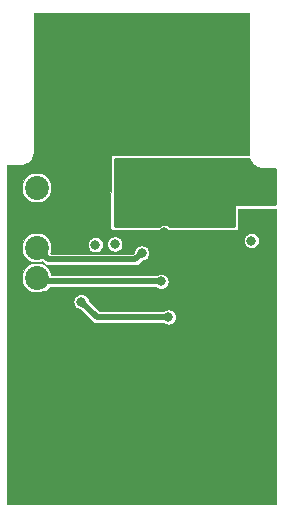
<source format=gbr>
%TF.GenerationSoftware,KiCad,Pcbnew,5.1.5-52549c5~84~ubuntu18.04.1*%
%TF.CreationDate,2020-02-03T06:40:28+01:00*%
%TF.ProjectId,HMC_RF_IPE,484d435f-5246-45f4-9950-452e6b696361,rev?*%
%TF.SameCoordinates,Original*%
%TF.FileFunction,Copper,L3,Inr*%
%TF.FilePolarity,Positive*%
%FSLAX46Y46*%
G04 Gerber Fmt 4.6, Leading zero omitted, Abs format (unit mm)*
G04 Created by KiCad (PCBNEW 5.1.5-52549c5~84~ubuntu18.04.1) date 2020-02-03 06:40:28*
%MOMM*%
%LPD*%
G04 APERTURE LIST*
%TA.AperFunction,ViaPad*%
%ADD10C,2.020000*%
%TD*%
%TA.AperFunction,ViaPad*%
%ADD11C,0.400000*%
%TD*%
%TA.AperFunction,ViaPad*%
%ADD12C,0.800000*%
%TD*%
%TA.AperFunction,Conductor*%
%ADD13C,0.510000*%
%TD*%
%TA.AperFunction,Conductor*%
%ADD14C,0.300000*%
%TD*%
%TA.AperFunction,Conductor*%
%ADD15C,0.254000*%
%TD*%
%TA.AperFunction,Conductor*%
%ADD16C,0.100000*%
%TD*%
G04 APERTURE END LIST*
D10*
%TO.N,+5V*%
%TO.C,J1*%
X133513410Y-71773200D03*
%TO.N,GND*%
X133513410Y-74313200D03*
%TO.N,Net-(J1-Pad3)*%
X133513410Y-76853200D03*
%TO.N,Net-(J1-Pad4)*%
X133513410Y-79393200D03*
%TD*%
D11*
%TO.N,GND*%
X141333410Y-90643200D03*
X143483410Y-90643200D03*
X140733410Y-90653200D03*
X140653410Y-91293200D03*
X144663410Y-90143200D03*
X140083410Y-90143200D03*
D12*
X131853410Y-85013200D03*
X131853410Y-83175700D03*
X131853410Y-81338200D03*
X132953410Y-85043200D03*
X132953410Y-83205700D03*
X132953410Y-81368200D03*
X136163410Y-81348200D03*
X152963410Y-77093200D03*
D11*
X148099874Y-89973200D03*
X147118186Y-89973200D03*
X146136498Y-89973200D03*
X145333410Y-89953200D03*
X147939874Y-89213200D03*
X146958186Y-89213200D03*
X145976498Y-89213200D03*
X145173410Y-89193200D03*
X139299874Y-89923200D03*
X138318186Y-89923200D03*
X137336498Y-89923200D03*
X136533410Y-89903200D03*
X139789874Y-89203200D03*
X138808186Y-89203200D03*
X137826498Y-89203200D03*
X137023410Y-89183200D03*
X139799874Y-86943200D03*
X138818186Y-86943200D03*
X147839874Y-86863200D03*
X146858186Y-86863200D03*
X145876498Y-86863200D03*
X145073410Y-86843200D03*
X136106036Y-94793200D03*
X137057880Y-94793200D03*
X138009723Y-94793200D03*
X138961566Y-94793200D03*
X145666036Y-94743200D03*
X146617880Y-94743200D03*
X147569723Y-94743200D03*
X148521566Y-94743200D03*
X132336036Y-86123200D03*
X133287880Y-86123200D03*
X134239723Y-86123200D03*
X135191566Y-86123200D03*
X132196036Y-98273200D03*
X133147880Y-98273200D03*
X134099723Y-98273200D03*
X135051566Y-98273200D03*
X149786036Y-98273200D03*
X150737880Y-98273200D03*
X151689723Y-98273200D03*
X152641566Y-98273200D03*
X149836036Y-86173200D03*
X150787880Y-86173200D03*
X151739723Y-86173200D03*
X152691566Y-86173200D03*
X138752402Y-60753000D03*
X137921002Y-60753000D03*
X137089601Y-60753000D03*
X136258201Y-60753000D03*
X135426800Y-60753000D03*
X134595400Y-60753000D03*
X133764000Y-60753000D03*
X138742402Y-65303000D03*
X137911002Y-65303000D03*
X137079601Y-65303000D03*
X136248201Y-65303000D03*
X135416800Y-65303000D03*
X134585400Y-65303000D03*
X133754000Y-65303000D03*
X151202402Y-65383000D03*
X150371002Y-65383000D03*
X149539601Y-65383000D03*
X148708201Y-65383000D03*
X147876800Y-65383000D03*
X147045400Y-65383000D03*
X146214000Y-65383000D03*
X151212402Y-60633000D03*
X150381002Y-60633000D03*
X149549601Y-60633000D03*
X148718201Y-60633000D03*
X147886800Y-60633000D03*
X147055400Y-60633000D03*
X146224000Y-60633000D03*
X143563410Y-91293200D03*
X144133410Y-93503200D03*
X140703410Y-93443200D03*
X141243410Y-91263200D03*
X144843410Y-91453200D03*
X144843410Y-90753200D03*
X144113410Y-90673200D03*
X151536624Y-94735200D03*
X153500000Y-94735200D03*
X149573249Y-94735200D03*
X151536624Y-89909200D03*
X153500000Y-89909200D03*
X149573249Y-89909200D03*
X133280506Y-94735200D03*
X131376820Y-94735200D03*
X135184193Y-94735200D03*
X133280506Y-89909200D03*
X131376820Y-89909200D03*
X135184193Y-89909200D03*
X144664811Y-94735200D03*
X139913410Y-94743200D03*
X142387410Y-95497200D03*
X140863410Y-95497200D03*
X141616811Y-95517200D03*
X143149410Y-95497200D03*
X143911410Y-95497200D03*
X143911410Y-94735200D03*
X140863410Y-94043200D03*
X142403410Y-92373200D03*
X141879410Y-92703200D03*
X142895410Y-92703200D03*
X142895410Y-91941200D03*
X141879410Y-91941200D03*
X143513410Y-93503200D03*
X143149410Y-94735200D03*
X142387410Y-94735200D03*
X141616811Y-94755200D03*
X140863410Y-94735200D03*
X141333410Y-93473200D03*
X143923410Y-94053200D03*
X132328663Y-93973200D03*
X133280506Y-93973200D03*
X134232350Y-93973200D03*
X135184193Y-93973200D03*
X136136036Y-93973200D03*
X137087880Y-93973200D03*
X138039723Y-93973200D03*
X138991566Y-93973200D03*
X131376820Y-93973200D03*
X139943410Y-93973200D03*
X138991566Y-90773200D03*
X138039723Y-90773200D03*
X137087880Y-90773200D03*
X136136036Y-90773200D03*
X135184193Y-90773200D03*
X134232350Y-90773200D03*
X133280506Y-90773200D03*
X132328663Y-90773200D03*
X139943410Y-90773200D03*
X131376820Y-90773200D03*
X145646498Y-93973200D03*
X146628186Y-93973200D03*
X147609874Y-93973200D03*
X148591561Y-93973200D03*
X149573249Y-93973200D03*
X150554937Y-93973200D03*
X151536624Y-93973200D03*
X152518312Y-93973200D03*
X144774811Y-93993200D03*
X153500000Y-93973200D03*
X152518312Y-90773200D03*
X151536624Y-90773200D03*
X150554937Y-90773200D03*
X149573249Y-90773200D03*
X148591561Y-90773200D03*
X147609874Y-90773200D03*
X146628186Y-90773200D03*
X145646498Y-90773200D03*
X153500000Y-90773200D03*
X132328663Y-93273200D03*
X133280506Y-93273200D03*
X134232350Y-93273200D03*
X135184193Y-93273200D03*
X136136036Y-93273200D03*
X137087880Y-93273200D03*
X138039723Y-93273200D03*
X138991566Y-93273200D03*
X131376820Y-93273200D03*
X138991566Y-91473200D03*
X138039723Y-91473200D03*
X137087880Y-91473200D03*
X136136036Y-91473200D03*
X135184193Y-91473200D03*
X134232350Y-91473200D03*
X133280506Y-91473200D03*
X132328663Y-91473200D03*
X139943410Y-91473200D03*
X131376820Y-91473200D03*
X145646498Y-93273200D03*
X146628186Y-93273200D03*
X147609874Y-93273200D03*
X148591561Y-93273200D03*
X149573249Y-93273200D03*
X150554937Y-93273200D03*
X151536624Y-93273200D03*
X152518312Y-93273200D03*
X144774811Y-93293200D03*
X139943410Y-93273200D03*
X153500000Y-93273200D03*
X152518312Y-91473200D03*
X151536624Y-91473200D03*
X150554937Y-91473200D03*
X149573249Y-91473200D03*
X148591561Y-91473200D03*
X147609874Y-91473200D03*
X146628186Y-91473200D03*
X145646498Y-91473200D03*
X153500000Y-91473200D03*
X134585400Y-64633000D03*
X135416800Y-64633000D03*
X136248201Y-64633000D03*
X137079601Y-64633000D03*
X137911002Y-64633000D03*
X138742402Y-64633000D03*
X139573803Y-64633000D03*
X140405203Y-64633000D03*
X141236604Y-64633000D03*
X142068004Y-64633000D03*
X142899405Y-64633000D03*
X143730805Y-64633000D03*
X144562206Y-64633000D03*
X145393606Y-64633000D03*
X146225007Y-64633000D03*
X147056407Y-64633000D03*
X147887808Y-64633000D03*
X148719208Y-64633000D03*
X149550609Y-64633000D03*
X150382009Y-64633000D03*
X133754000Y-64633000D03*
X151213410Y-64633000D03*
X150382009Y-61433000D03*
X149550609Y-61433000D03*
X148719208Y-61433000D03*
X147887808Y-61433000D03*
X147056407Y-61433000D03*
X146225007Y-61433000D03*
X145393606Y-61433000D03*
X144562206Y-61433000D03*
X143730805Y-61433000D03*
X142899405Y-61433000D03*
X142068004Y-61433000D03*
X141236604Y-61433000D03*
X140405203Y-61433000D03*
X139573803Y-61433000D03*
X138742402Y-61433000D03*
X137911002Y-61433000D03*
X137079601Y-61433000D03*
X136248201Y-61433000D03*
X135416800Y-61433000D03*
X134585400Y-61433000D03*
X151213410Y-61433000D03*
X133754000Y-61433000D03*
X134585400Y-63933000D03*
X135416800Y-63933000D03*
X136248201Y-63933000D03*
X137079601Y-63933000D03*
X137911002Y-63933000D03*
X138742402Y-63933000D03*
X139573803Y-63933000D03*
X140405203Y-63933000D03*
X141236604Y-63933000D03*
X142068004Y-63933000D03*
X142899405Y-63933000D03*
X143730805Y-63933000D03*
X144562206Y-63933000D03*
X145393606Y-63933000D03*
X146225007Y-63933000D03*
X147056407Y-63933000D03*
X147887808Y-63933000D03*
X148719208Y-63933000D03*
X149550609Y-63933000D03*
X150382009Y-63933000D03*
X133754000Y-63933000D03*
X151213410Y-63933000D03*
X150382009Y-62133000D03*
X149550609Y-62133000D03*
X148719208Y-62133000D03*
X147887808Y-62133000D03*
X147056407Y-62133000D03*
X146225007Y-62133000D03*
X145393606Y-62133000D03*
X144562206Y-62133000D03*
X143730805Y-62133000D03*
X142899405Y-62133000D03*
X142068004Y-62133000D03*
X141236604Y-62133000D03*
X140405203Y-62133000D03*
X139573803Y-62133000D03*
X138742402Y-62133000D03*
X137911002Y-62133000D03*
X137079601Y-62133000D03*
X136248201Y-62133000D03*
X135416800Y-62133000D03*
X134585400Y-62133000D03*
X151213410Y-62133000D03*
X133754000Y-62133000D03*
X144153410Y-91303200D03*
X137836498Y-86943200D03*
X137033410Y-86923200D03*
D12*
X148473410Y-75993200D03*
X149623410Y-75993200D03*
X152963410Y-78930700D03*
X152963410Y-80768200D03*
X152963410Y-82605700D03*
X152963410Y-84443200D03*
X144163410Y-80853200D03*
X135513410Y-76753200D03*
X131683410Y-76843200D03*
X131673410Y-78163200D03*
X131623410Y-79773200D03*
%TO.N,VSS*%
X151703410Y-76263200D03*
%TO.N,Net-(C10-Pad1)*%
X138493410Y-76613200D03*
%TO.N,Net-(J1-Pad4)*%
X144053410Y-79723200D03*
%TO.N,Net-(J1-Pad3)*%
X142413410Y-77323200D03*
%TO.N,Net-(C11-Pad1)*%
X137293410Y-81433200D03*
X144683410Y-82740199D03*
%TO.N,Net-(C13-Pad1)*%
X140143410Y-76543200D03*
%TO.N,GNDS*%
X142038410Y-74433200D03*
X150848410Y-70348200D03*
X151823410Y-70348200D03*
X142563410Y-71513200D03*
X140723410Y-73543200D03*
X140733410Y-74433200D03*
X149193410Y-71613200D03*
X143343410Y-74433200D03*
X145663410Y-74683200D03*
X153198410Y-72323200D03*
%TO.N,GND*%
X133583410Y-69903200D03*
X131873410Y-70383200D03*
X135103410Y-72623200D03*
X135143410Y-73773200D03*
X131783410Y-72603200D03*
X131753410Y-74873200D03*
X135303410Y-71233200D03*
X139273410Y-74333200D03*
X139273410Y-73393200D03*
X144348410Y-75573200D03*
%TO.N,GNDS*%
X147623410Y-73073200D03*
%TD*%
D13*
%TO.N,Net-(J1-Pad4)*%
X134153410Y-80033200D02*
X133513410Y-79393200D01*
X133843410Y-79723200D02*
X133513410Y-79393200D01*
X144053410Y-79723200D02*
X133843410Y-79723200D01*
D14*
%TO.N,Net-(J1-Pad3)*%
X133953410Y-77293200D02*
X133513410Y-76853200D01*
D13*
X134523409Y-77863199D02*
X133513410Y-76853200D01*
X141873411Y-77863199D02*
X134523409Y-77863199D01*
X142413410Y-77323200D02*
X141873411Y-77863199D01*
%TO.N,Net-(C11-Pad1)*%
X138600409Y-82740199D02*
X137293410Y-81433200D01*
X144683410Y-82740199D02*
X138600409Y-82740199D01*
%TD*%
D15*
%TO.N,GNDS*%
G36*
X151492925Y-69387958D02*
G01*
X151499429Y-69404435D01*
X151500895Y-69407245D01*
X151603315Y-69600359D01*
X151614684Y-69617510D01*
X151625809Y-69634813D01*
X151627792Y-69637285D01*
X151765770Y-69806828D01*
X151780258Y-69821448D01*
X151794530Y-69836258D01*
X151796949Y-69838292D01*
X151796954Y-69838297D01*
X151796959Y-69838301D01*
X151965237Y-69977811D01*
X151982286Y-69989337D01*
X151999164Y-70001093D01*
X152001939Y-70002623D01*
X152194114Y-70106792D01*
X152213019Y-70114762D01*
X152231917Y-70123042D01*
X152234936Y-70124003D01*
X152443684Y-70188863D01*
X152463812Y-70193017D01*
X152483924Y-70197461D01*
X152487071Y-70197817D01*
X152487073Y-70197817D01*
X152683078Y-70218627D01*
X152683904Y-70218877D01*
X152717256Y-70222163D01*
X153676410Y-70222193D01*
X153676410Y-73174932D01*
X150358398Y-73171200D01*
X150333619Y-73173612D01*
X150309786Y-73180813D01*
X150287816Y-73192524D01*
X150268554Y-73208296D01*
X150252738Y-73227524D01*
X150240977Y-73249467D01*
X150233723Y-73273283D01*
X150231257Y-73297535D01*
X150222230Y-75021016D01*
X144816519Y-75013175D01*
X144811846Y-75008502D01*
X144692774Y-74928941D01*
X144560468Y-74874138D01*
X144420013Y-74846200D01*
X144276807Y-74846200D01*
X144136352Y-74874138D01*
X144004046Y-74928941D01*
X143884974Y-75008502D01*
X143881657Y-75011819D01*
X140135911Y-75006385D01*
X140164911Y-69380286D01*
X151492925Y-69387958D01*
G37*
X151492925Y-69387958D02*
X151499429Y-69404435D01*
X151500895Y-69407245D01*
X151603315Y-69600359D01*
X151614684Y-69617510D01*
X151625809Y-69634813D01*
X151627792Y-69637285D01*
X151765770Y-69806828D01*
X151780258Y-69821448D01*
X151794530Y-69836258D01*
X151796949Y-69838292D01*
X151796954Y-69838297D01*
X151796959Y-69838301D01*
X151965237Y-69977811D01*
X151982286Y-69989337D01*
X151999164Y-70001093D01*
X152001939Y-70002623D01*
X152194114Y-70106792D01*
X152213019Y-70114762D01*
X152231917Y-70123042D01*
X152234936Y-70124003D01*
X152443684Y-70188863D01*
X152463812Y-70193017D01*
X152483924Y-70197461D01*
X152487071Y-70197817D01*
X152487073Y-70197817D01*
X152683078Y-70218627D01*
X152683904Y-70218877D01*
X152717256Y-70222163D01*
X153676410Y-70222193D01*
X153676410Y-73174932D01*
X150358398Y-73171200D01*
X150333619Y-73173612D01*
X150309786Y-73180813D01*
X150287816Y-73192524D01*
X150268554Y-73208296D01*
X150252738Y-73227524D01*
X150240977Y-73249467D01*
X150233723Y-73273283D01*
X150231257Y-73297535D01*
X150222230Y-75021016D01*
X144816519Y-75013175D01*
X144811846Y-75008502D01*
X144692774Y-74928941D01*
X144560468Y-74874138D01*
X144420013Y-74846200D01*
X144276807Y-74846200D01*
X144136352Y-74874138D01*
X144004046Y-74928941D01*
X143884974Y-75008502D01*
X143881657Y-75011819D01*
X140135911Y-75006385D01*
X140164911Y-69380286D01*
X151492925Y-69387958D01*
D16*
%TO.N,GND*%
G36*
X151416467Y-57001563D02*
G01*
X151418005Y-57002029D01*
X151424422Y-57002661D01*
X151434009Y-57005457D01*
X151436566Y-57006436D01*
X151436672Y-57006523D01*
X151445304Y-57011137D01*
X151445831Y-57011779D01*
X151451450Y-57016390D01*
X151451981Y-57016935D01*
X151455295Y-57020870D01*
X151456058Y-57022044D01*
X151462476Y-57032236D01*
X151463190Y-57033546D01*
X151463359Y-57033924D01*
X151463442Y-57034196D01*
X151463581Y-57035605D01*
X151466282Y-57044509D01*
X151467410Y-57053533D01*
X151467411Y-68865692D01*
X151467376Y-68873294D01*
X151467986Y-68879822D01*
X151467887Y-68886380D01*
X151468075Y-68888465D01*
X151479955Y-69010949D01*
X140038734Y-69003200D01*
X139991057Y-69007756D01*
X139944086Y-69021740D01*
X139900746Y-69044619D01*
X139862702Y-69075514D01*
X139831416Y-69113238D01*
X139808091Y-69156340D01*
X139793623Y-69203164D01*
X139788568Y-69251911D01*
X139758259Y-75131911D01*
X139762989Y-75181617D01*
X139777148Y-75228536D01*
X139800187Y-75271791D01*
X139831223Y-75309720D01*
X139869062Y-75340866D01*
X139912250Y-75364031D01*
X139959128Y-75378325D01*
X140007893Y-75383200D01*
X150348202Y-75398200D01*
X150396053Y-75393648D01*
X150443025Y-75379668D01*
X150486367Y-75356792D01*
X150524413Y-75325900D01*
X150555702Y-75288179D01*
X150579031Y-75245079D01*
X150593502Y-75198256D01*
X150598562Y-75149509D01*
X150606948Y-73548480D01*
X153753410Y-73552019D01*
X153753411Y-98574200D01*
X131043410Y-98574200D01*
X131043410Y-81369181D01*
X136643410Y-81369181D01*
X136643410Y-81497219D01*
X136668389Y-81622798D01*
X136717388Y-81741090D01*
X136788522Y-81847551D01*
X136879059Y-81938088D01*
X136985520Y-82009222D01*
X137103812Y-82058221D01*
X137229194Y-82083161D01*
X138225781Y-83079748D01*
X138241593Y-83099015D01*
X138260860Y-83114827D01*
X138318488Y-83162122D01*
X138406219Y-83209015D01*
X138501412Y-83237892D01*
X138575604Y-83245199D01*
X138575614Y-83245199D01*
X138600409Y-83247641D01*
X138625204Y-83245199D01*
X144269227Y-83245199D01*
X144375520Y-83316221D01*
X144493812Y-83365220D01*
X144619391Y-83390199D01*
X144747429Y-83390199D01*
X144873008Y-83365220D01*
X144991300Y-83316221D01*
X145097761Y-83245087D01*
X145188298Y-83154550D01*
X145259432Y-83048089D01*
X145308431Y-82929797D01*
X145333410Y-82804218D01*
X145333410Y-82676180D01*
X145308431Y-82550601D01*
X145259432Y-82432309D01*
X145188298Y-82325848D01*
X145097761Y-82235311D01*
X144991300Y-82164177D01*
X144873008Y-82115178D01*
X144747429Y-82090199D01*
X144619391Y-82090199D01*
X144493812Y-82115178D01*
X144375520Y-82164177D01*
X144269227Y-82235199D01*
X138809586Y-82235199D01*
X137943371Y-81368984D01*
X137918431Y-81243602D01*
X137869432Y-81125310D01*
X137798298Y-81018849D01*
X137707761Y-80928312D01*
X137601300Y-80857178D01*
X137483008Y-80808179D01*
X137357429Y-80783200D01*
X137229391Y-80783200D01*
X137103812Y-80808179D01*
X136985520Y-80857178D01*
X136879059Y-80928312D01*
X136788522Y-81018849D01*
X136717388Y-81125310D01*
X136668389Y-81243602D01*
X136643410Y-81369181D01*
X131043410Y-81369181D01*
X131043410Y-79269101D01*
X132253410Y-79269101D01*
X132253410Y-79517299D01*
X132301831Y-79760729D01*
X132396812Y-79990034D01*
X132534704Y-80196403D01*
X132710207Y-80371906D01*
X132916576Y-80509798D01*
X133145881Y-80604779D01*
X133389311Y-80653200D01*
X133637509Y-80653200D01*
X133880939Y-80604779D01*
X134058376Y-80531282D01*
X134153410Y-80540642D01*
X134252407Y-80530892D01*
X134347600Y-80502016D01*
X134435330Y-80455123D01*
X134512226Y-80392016D01*
X134575333Y-80315120D01*
X134621793Y-80228200D01*
X143639227Y-80228200D01*
X143745520Y-80299222D01*
X143863812Y-80348221D01*
X143989391Y-80373200D01*
X144117429Y-80373200D01*
X144243008Y-80348221D01*
X144361300Y-80299222D01*
X144467761Y-80228088D01*
X144558298Y-80137551D01*
X144629432Y-80031090D01*
X144678431Y-79912798D01*
X144703410Y-79787219D01*
X144703410Y-79659181D01*
X144678431Y-79533602D01*
X144629432Y-79415310D01*
X144558298Y-79308849D01*
X144467761Y-79218312D01*
X144361300Y-79147178D01*
X144243008Y-79098179D01*
X144117429Y-79073200D01*
X143989391Y-79073200D01*
X143863812Y-79098179D01*
X143745520Y-79147178D01*
X143639227Y-79218200D01*
X134763285Y-79218200D01*
X134724989Y-79025671D01*
X134630008Y-78796366D01*
X134492116Y-78589997D01*
X134316613Y-78414494D01*
X134110244Y-78276602D01*
X133880939Y-78181621D01*
X133637509Y-78133200D01*
X133389311Y-78133200D01*
X133145881Y-78181621D01*
X132916576Y-78276602D01*
X132710207Y-78414494D01*
X132534704Y-78589997D01*
X132396812Y-78796366D01*
X132301831Y-79025671D01*
X132253410Y-79269101D01*
X131043410Y-79269101D01*
X131043410Y-76729101D01*
X132253410Y-76729101D01*
X132253410Y-76977299D01*
X132301831Y-77220729D01*
X132396812Y-77450034D01*
X132534704Y-77656403D01*
X132710207Y-77831906D01*
X132916576Y-77969798D01*
X133145881Y-78064779D01*
X133389311Y-78113200D01*
X133637509Y-78113200D01*
X133880939Y-78064779D01*
X133972773Y-78026740D01*
X134148785Y-78202753D01*
X134164593Y-78222015D01*
X134183855Y-78237823D01*
X134183859Y-78237827D01*
X134241488Y-78285122D01*
X134288381Y-78310186D01*
X134329219Y-78332015D01*
X134424412Y-78360892D01*
X134498604Y-78368199D01*
X134498616Y-78368199D01*
X134523408Y-78370641D01*
X134548200Y-78368199D01*
X141848616Y-78368199D01*
X141873411Y-78370641D01*
X141898206Y-78368199D01*
X141898216Y-78368199D01*
X141972408Y-78360892D01*
X142067601Y-78332015D01*
X142155331Y-78285122D01*
X142232227Y-78222015D01*
X142248039Y-78202748D01*
X142477627Y-77973161D01*
X142603008Y-77948221D01*
X142721300Y-77899222D01*
X142827761Y-77828088D01*
X142918298Y-77737551D01*
X142989432Y-77631090D01*
X143038431Y-77512798D01*
X143063410Y-77387219D01*
X143063410Y-77259181D01*
X143038431Y-77133602D01*
X142989432Y-77015310D01*
X142918298Y-76908849D01*
X142827761Y-76818312D01*
X142721300Y-76747178D01*
X142603008Y-76698179D01*
X142477429Y-76673200D01*
X142349391Y-76673200D01*
X142223812Y-76698179D01*
X142105520Y-76747178D01*
X141999059Y-76818312D01*
X141908522Y-76908849D01*
X141837388Y-77015310D01*
X141788389Y-77133602D01*
X141763449Y-77258983D01*
X141664234Y-77358199D01*
X134732587Y-77358199D01*
X134686950Y-77312563D01*
X134724989Y-77220729D01*
X134773410Y-76977299D01*
X134773410Y-76729101D01*
X134737622Y-76549181D01*
X137843410Y-76549181D01*
X137843410Y-76677219D01*
X137868389Y-76802798D01*
X137917388Y-76921090D01*
X137988522Y-77027551D01*
X138079059Y-77118088D01*
X138185520Y-77189222D01*
X138303812Y-77238221D01*
X138429391Y-77263200D01*
X138557429Y-77263200D01*
X138683008Y-77238221D01*
X138801300Y-77189222D01*
X138907761Y-77118088D01*
X138998298Y-77027551D01*
X139069432Y-76921090D01*
X139118431Y-76802798D01*
X139143410Y-76677219D01*
X139143410Y-76549181D01*
X139129487Y-76479181D01*
X139493410Y-76479181D01*
X139493410Y-76607219D01*
X139518389Y-76732798D01*
X139567388Y-76851090D01*
X139638522Y-76957551D01*
X139729059Y-77048088D01*
X139835520Y-77119222D01*
X139953812Y-77168221D01*
X140079391Y-77193200D01*
X140207429Y-77193200D01*
X140333008Y-77168221D01*
X140451300Y-77119222D01*
X140557761Y-77048088D01*
X140648298Y-76957551D01*
X140719432Y-76851090D01*
X140768431Y-76732798D01*
X140793410Y-76607219D01*
X140793410Y-76479181D01*
X140768431Y-76353602D01*
X140719432Y-76235310D01*
X140695292Y-76199181D01*
X151053410Y-76199181D01*
X151053410Y-76327219D01*
X151078389Y-76452798D01*
X151127388Y-76571090D01*
X151198522Y-76677551D01*
X151289059Y-76768088D01*
X151395520Y-76839222D01*
X151513812Y-76888221D01*
X151639391Y-76913200D01*
X151767429Y-76913200D01*
X151893008Y-76888221D01*
X152011300Y-76839222D01*
X152117761Y-76768088D01*
X152208298Y-76677551D01*
X152279432Y-76571090D01*
X152328431Y-76452798D01*
X152353410Y-76327219D01*
X152353410Y-76199181D01*
X152328431Y-76073602D01*
X152279432Y-75955310D01*
X152208298Y-75848849D01*
X152117761Y-75758312D01*
X152011300Y-75687178D01*
X151893008Y-75638179D01*
X151767429Y-75613200D01*
X151639391Y-75613200D01*
X151513812Y-75638179D01*
X151395520Y-75687178D01*
X151289059Y-75758312D01*
X151198522Y-75848849D01*
X151127388Y-75955310D01*
X151078389Y-76073602D01*
X151053410Y-76199181D01*
X140695292Y-76199181D01*
X140648298Y-76128849D01*
X140557761Y-76038312D01*
X140451300Y-75967178D01*
X140333008Y-75918179D01*
X140207429Y-75893200D01*
X140079391Y-75893200D01*
X139953812Y-75918179D01*
X139835520Y-75967178D01*
X139729059Y-76038312D01*
X139638522Y-76128849D01*
X139567388Y-76235310D01*
X139518389Y-76353602D01*
X139493410Y-76479181D01*
X139129487Y-76479181D01*
X139118431Y-76423602D01*
X139069432Y-76305310D01*
X138998298Y-76198849D01*
X138907761Y-76108312D01*
X138801300Y-76037178D01*
X138683008Y-75988179D01*
X138557429Y-75963200D01*
X138429391Y-75963200D01*
X138303812Y-75988179D01*
X138185520Y-76037178D01*
X138079059Y-76108312D01*
X137988522Y-76198849D01*
X137917388Y-76305310D01*
X137868389Y-76423602D01*
X137843410Y-76549181D01*
X134737622Y-76549181D01*
X134724989Y-76485671D01*
X134630008Y-76256366D01*
X134492116Y-76049997D01*
X134316613Y-75874494D01*
X134110244Y-75736602D01*
X133880939Y-75641621D01*
X133637509Y-75593200D01*
X133389311Y-75593200D01*
X133145881Y-75641621D01*
X132916576Y-75736602D01*
X132710207Y-75874494D01*
X132534704Y-76049997D01*
X132396812Y-76256366D01*
X132301831Y-76485671D01*
X132253410Y-76729101D01*
X131043410Y-76729101D01*
X131043410Y-71649101D01*
X132253410Y-71649101D01*
X132253410Y-71897299D01*
X132301831Y-72140729D01*
X132396812Y-72370034D01*
X132534704Y-72576403D01*
X132710207Y-72751906D01*
X132916576Y-72889798D01*
X133145881Y-72984779D01*
X133389311Y-73033200D01*
X133637509Y-73033200D01*
X133880939Y-72984779D01*
X134110244Y-72889798D01*
X134316613Y-72751906D01*
X134492116Y-72576403D01*
X134630008Y-72370034D01*
X134724989Y-72140729D01*
X134773410Y-71897299D01*
X134773410Y-71649101D01*
X134724989Y-71405671D01*
X134630008Y-71176366D01*
X134492116Y-70969997D01*
X134316613Y-70794494D01*
X134110244Y-70656602D01*
X133880939Y-70561621D01*
X133637509Y-70513200D01*
X133389311Y-70513200D01*
X133145881Y-70561621D01*
X132916576Y-70656602D01*
X132710207Y-70794494D01*
X132534704Y-70969997D01*
X132396812Y-71176366D01*
X132301831Y-71405671D01*
X132253410Y-71649101D01*
X131043410Y-71649101D01*
X131043410Y-69887195D01*
X132049992Y-69887163D01*
X132057540Y-69887198D01*
X132064068Y-69886588D01*
X132070626Y-69886687D01*
X132072711Y-69886499D01*
X132290283Y-69865397D01*
X132303620Y-69862771D01*
X132316997Y-69860330D01*
X132319007Y-69859741D01*
X132528335Y-69796782D01*
X132540921Y-69791610D01*
X132553556Y-69786622D01*
X132555413Y-69785654D01*
X132748527Y-69683234D01*
X132759855Y-69675725D01*
X132771294Y-69668370D01*
X132772928Y-69667060D01*
X132942471Y-69529082D01*
X132952168Y-69519472D01*
X132961917Y-69510077D01*
X132963265Y-69508475D01*
X133102779Y-69340193D01*
X133110416Y-69328896D01*
X133118163Y-69317774D01*
X133119174Y-69315940D01*
X133223344Y-69123766D01*
X133228635Y-69111217D01*
X133234081Y-69098786D01*
X133234717Y-69096791D01*
X133299577Y-68888043D01*
X133302327Y-68874715D01*
X133305258Y-68861452D01*
X133305494Y-68859371D01*
X133327073Y-68656115D01*
X133327239Y-68655569D01*
X133329410Y-68633525D01*
X133329410Y-57055164D01*
X133329772Y-57052143D01*
X133330239Y-57050605D01*
X133330871Y-57044188D01*
X133333667Y-57034601D01*
X133334646Y-57032044D01*
X133334733Y-57031938D01*
X133339347Y-57023306D01*
X133339989Y-57022779D01*
X133344602Y-57017158D01*
X133345141Y-57016632D01*
X133349073Y-57013321D01*
X133350247Y-57012557D01*
X133360489Y-57006110D01*
X133361750Y-57005423D01*
X133362139Y-57005249D01*
X133362406Y-57005168D01*
X133363815Y-57005029D01*
X133372719Y-57002328D01*
X133381743Y-57001200D01*
X151413446Y-57001200D01*
X151416467Y-57001563D01*
G37*
X151416467Y-57001563D02*
X151418005Y-57002029D01*
X151424422Y-57002661D01*
X151434009Y-57005457D01*
X151436566Y-57006436D01*
X151436672Y-57006523D01*
X151445304Y-57011137D01*
X151445831Y-57011779D01*
X151451450Y-57016390D01*
X151451981Y-57016935D01*
X151455295Y-57020870D01*
X151456058Y-57022044D01*
X151462476Y-57032236D01*
X151463190Y-57033546D01*
X151463359Y-57033924D01*
X151463442Y-57034196D01*
X151463581Y-57035605D01*
X151466282Y-57044509D01*
X151467410Y-57053533D01*
X151467411Y-68865692D01*
X151467376Y-68873294D01*
X151467986Y-68879822D01*
X151467887Y-68886380D01*
X151468075Y-68888465D01*
X151479955Y-69010949D01*
X140038734Y-69003200D01*
X139991057Y-69007756D01*
X139944086Y-69021740D01*
X139900746Y-69044619D01*
X139862702Y-69075514D01*
X139831416Y-69113238D01*
X139808091Y-69156340D01*
X139793623Y-69203164D01*
X139788568Y-69251911D01*
X139758259Y-75131911D01*
X139762989Y-75181617D01*
X139777148Y-75228536D01*
X139800187Y-75271791D01*
X139831223Y-75309720D01*
X139869062Y-75340866D01*
X139912250Y-75364031D01*
X139959128Y-75378325D01*
X140007893Y-75383200D01*
X150348202Y-75398200D01*
X150396053Y-75393648D01*
X150443025Y-75379668D01*
X150486367Y-75356792D01*
X150524413Y-75325900D01*
X150555702Y-75288179D01*
X150579031Y-75245079D01*
X150593502Y-75198256D01*
X150598562Y-75149509D01*
X150606948Y-73548480D01*
X153753410Y-73552019D01*
X153753411Y-98574200D01*
X131043410Y-98574200D01*
X131043410Y-81369181D01*
X136643410Y-81369181D01*
X136643410Y-81497219D01*
X136668389Y-81622798D01*
X136717388Y-81741090D01*
X136788522Y-81847551D01*
X136879059Y-81938088D01*
X136985520Y-82009222D01*
X137103812Y-82058221D01*
X137229194Y-82083161D01*
X138225781Y-83079748D01*
X138241593Y-83099015D01*
X138260860Y-83114827D01*
X138318488Y-83162122D01*
X138406219Y-83209015D01*
X138501412Y-83237892D01*
X138575604Y-83245199D01*
X138575614Y-83245199D01*
X138600409Y-83247641D01*
X138625204Y-83245199D01*
X144269227Y-83245199D01*
X144375520Y-83316221D01*
X144493812Y-83365220D01*
X144619391Y-83390199D01*
X144747429Y-83390199D01*
X144873008Y-83365220D01*
X144991300Y-83316221D01*
X145097761Y-83245087D01*
X145188298Y-83154550D01*
X145259432Y-83048089D01*
X145308431Y-82929797D01*
X145333410Y-82804218D01*
X145333410Y-82676180D01*
X145308431Y-82550601D01*
X145259432Y-82432309D01*
X145188298Y-82325848D01*
X145097761Y-82235311D01*
X144991300Y-82164177D01*
X144873008Y-82115178D01*
X144747429Y-82090199D01*
X144619391Y-82090199D01*
X144493812Y-82115178D01*
X144375520Y-82164177D01*
X144269227Y-82235199D01*
X138809586Y-82235199D01*
X137943371Y-81368984D01*
X137918431Y-81243602D01*
X137869432Y-81125310D01*
X137798298Y-81018849D01*
X137707761Y-80928312D01*
X137601300Y-80857178D01*
X137483008Y-80808179D01*
X137357429Y-80783200D01*
X137229391Y-80783200D01*
X137103812Y-80808179D01*
X136985520Y-80857178D01*
X136879059Y-80928312D01*
X136788522Y-81018849D01*
X136717388Y-81125310D01*
X136668389Y-81243602D01*
X136643410Y-81369181D01*
X131043410Y-81369181D01*
X131043410Y-79269101D01*
X132253410Y-79269101D01*
X132253410Y-79517299D01*
X132301831Y-79760729D01*
X132396812Y-79990034D01*
X132534704Y-80196403D01*
X132710207Y-80371906D01*
X132916576Y-80509798D01*
X133145881Y-80604779D01*
X133389311Y-80653200D01*
X133637509Y-80653200D01*
X133880939Y-80604779D01*
X134058376Y-80531282D01*
X134153410Y-80540642D01*
X134252407Y-80530892D01*
X134347600Y-80502016D01*
X134435330Y-80455123D01*
X134512226Y-80392016D01*
X134575333Y-80315120D01*
X134621793Y-80228200D01*
X143639227Y-80228200D01*
X143745520Y-80299222D01*
X143863812Y-80348221D01*
X143989391Y-80373200D01*
X144117429Y-80373200D01*
X144243008Y-80348221D01*
X144361300Y-80299222D01*
X144467761Y-80228088D01*
X144558298Y-80137551D01*
X144629432Y-80031090D01*
X144678431Y-79912798D01*
X144703410Y-79787219D01*
X144703410Y-79659181D01*
X144678431Y-79533602D01*
X144629432Y-79415310D01*
X144558298Y-79308849D01*
X144467761Y-79218312D01*
X144361300Y-79147178D01*
X144243008Y-79098179D01*
X144117429Y-79073200D01*
X143989391Y-79073200D01*
X143863812Y-79098179D01*
X143745520Y-79147178D01*
X143639227Y-79218200D01*
X134763285Y-79218200D01*
X134724989Y-79025671D01*
X134630008Y-78796366D01*
X134492116Y-78589997D01*
X134316613Y-78414494D01*
X134110244Y-78276602D01*
X133880939Y-78181621D01*
X133637509Y-78133200D01*
X133389311Y-78133200D01*
X133145881Y-78181621D01*
X132916576Y-78276602D01*
X132710207Y-78414494D01*
X132534704Y-78589997D01*
X132396812Y-78796366D01*
X132301831Y-79025671D01*
X132253410Y-79269101D01*
X131043410Y-79269101D01*
X131043410Y-76729101D01*
X132253410Y-76729101D01*
X132253410Y-76977299D01*
X132301831Y-77220729D01*
X132396812Y-77450034D01*
X132534704Y-77656403D01*
X132710207Y-77831906D01*
X132916576Y-77969798D01*
X133145881Y-78064779D01*
X133389311Y-78113200D01*
X133637509Y-78113200D01*
X133880939Y-78064779D01*
X133972773Y-78026740D01*
X134148785Y-78202753D01*
X134164593Y-78222015D01*
X134183855Y-78237823D01*
X134183859Y-78237827D01*
X134241488Y-78285122D01*
X134288381Y-78310186D01*
X134329219Y-78332015D01*
X134424412Y-78360892D01*
X134498604Y-78368199D01*
X134498616Y-78368199D01*
X134523408Y-78370641D01*
X134548200Y-78368199D01*
X141848616Y-78368199D01*
X141873411Y-78370641D01*
X141898206Y-78368199D01*
X141898216Y-78368199D01*
X141972408Y-78360892D01*
X142067601Y-78332015D01*
X142155331Y-78285122D01*
X142232227Y-78222015D01*
X142248039Y-78202748D01*
X142477627Y-77973161D01*
X142603008Y-77948221D01*
X142721300Y-77899222D01*
X142827761Y-77828088D01*
X142918298Y-77737551D01*
X142989432Y-77631090D01*
X143038431Y-77512798D01*
X143063410Y-77387219D01*
X143063410Y-77259181D01*
X143038431Y-77133602D01*
X142989432Y-77015310D01*
X142918298Y-76908849D01*
X142827761Y-76818312D01*
X142721300Y-76747178D01*
X142603008Y-76698179D01*
X142477429Y-76673200D01*
X142349391Y-76673200D01*
X142223812Y-76698179D01*
X142105520Y-76747178D01*
X141999059Y-76818312D01*
X141908522Y-76908849D01*
X141837388Y-77015310D01*
X141788389Y-77133602D01*
X141763449Y-77258983D01*
X141664234Y-77358199D01*
X134732587Y-77358199D01*
X134686950Y-77312563D01*
X134724989Y-77220729D01*
X134773410Y-76977299D01*
X134773410Y-76729101D01*
X134737622Y-76549181D01*
X137843410Y-76549181D01*
X137843410Y-76677219D01*
X137868389Y-76802798D01*
X137917388Y-76921090D01*
X137988522Y-77027551D01*
X138079059Y-77118088D01*
X138185520Y-77189222D01*
X138303812Y-77238221D01*
X138429391Y-77263200D01*
X138557429Y-77263200D01*
X138683008Y-77238221D01*
X138801300Y-77189222D01*
X138907761Y-77118088D01*
X138998298Y-77027551D01*
X139069432Y-76921090D01*
X139118431Y-76802798D01*
X139143410Y-76677219D01*
X139143410Y-76549181D01*
X139129487Y-76479181D01*
X139493410Y-76479181D01*
X139493410Y-76607219D01*
X139518389Y-76732798D01*
X139567388Y-76851090D01*
X139638522Y-76957551D01*
X139729059Y-77048088D01*
X139835520Y-77119222D01*
X139953812Y-77168221D01*
X140079391Y-77193200D01*
X140207429Y-77193200D01*
X140333008Y-77168221D01*
X140451300Y-77119222D01*
X140557761Y-77048088D01*
X140648298Y-76957551D01*
X140719432Y-76851090D01*
X140768431Y-76732798D01*
X140793410Y-76607219D01*
X140793410Y-76479181D01*
X140768431Y-76353602D01*
X140719432Y-76235310D01*
X140695292Y-76199181D01*
X151053410Y-76199181D01*
X151053410Y-76327219D01*
X151078389Y-76452798D01*
X151127388Y-76571090D01*
X151198522Y-76677551D01*
X151289059Y-76768088D01*
X151395520Y-76839222D01*
X151513812Y-76888221D01*
X151639391Y-76913200D01*
X151767429Y-76913200D01*
X151893008Y-76888221D01*
X152011300Y-76839222D01*
X152117761Y-76768088D01*
X152208298Y-76677551D01*
X152279432Y-76571090D01*
X152328431Y-76452798D01*
X152353410Y-76327219D01*
X152353410Y-76199181D01*
X152328431Y-76073602D01*
X152279432Y-75955310D01*
X152208298Y-75848849D01*
X152117761Y-75758312D01*
X152011300Y-75687178D01*
X151893008Y-75638179D01*
X151767429Y-75613200D01*
X151639391Y-75613200D01*
X151513812Y-75638179D01*
X151395520Y-75687178D01*
X151289059Y-75758312D01*
X151198522Y-75848849D01*
X151127388Y-75955310D01*
X151078389Y-76073602D01*
X151053410Y-76199181D01*
X140695292Y-76199181D01*
X140648298Y-76128849D01*
X140557761Y-76038312D01*
X140451300Y-75967178D01*
X140333008Y-75918179D01*
X140207429Y-75893200D01*
X140079391Y-75893200D01*
X139953812Y-75918179D01*
X139835520Y-75967178D01*
X139729059Y-76038312D01*
X139638522Y-76128849D01*
X139567388Y-76235310D01*
X139518389Y-76353602D01*
X139493410Y-76479181D01*
X139129487Y-76479181D01*
X139118431Y-76423602D01*
X139069432Y-76305310D01*
X138998298Y-76198849D01*
X138907761Y-76108312D01*
X138801300Y-76037178D01*
X138683008Y-75988179D01*
X138557429Y-75963200D01*
X138429391Y-75963200D01*
X138303812Y-75988179D01*
X138185520Y-76037178D01*
X138079059Y-76108312D01*
X137988522Y-76198849D01*
X137917388Y-76305310D01*
X137868389Y-76423602D01*
X137843410Y-76549181D01*
X134737622Y-76549181D01*
X134724989Y-76485671D01*
X134630008Y-76256366D01*
X134492116Y-76049997D01*
X134316613Y-75874494D01*
X134110244Y-75736602D01*
X133880939Y-75641621D01*
X133637509Y-75593200D01*
X133389311Y-75593200D01*
X133145881Y-75641621D01*
X132916576Y-75736602D01*
X132710207Y-75874494D01*
X132534704Y-76049997D01*
X132396812Y-76256366D01*
X132301831Y-76485671D01*
X132253410Y-76729101D01*
X131043410Y-76729101D01*
X131043410Y-71649101D01*
X132253410Y-71649101D01*
X132253410Y-71897299D01*
X132301831Y-72140729D01*
X132396812Y-72370034D01*
X132534704Y-72576403D01*
X132710207Y-72751906D01*
X132916576Y-72889798D01*
X133145881Y-72984779D01*
X133389311Y-73033200D01*
X133637509Y-73033200D01*
X133880939Y-72984779D01*
X134110244Y-72889798D01*
X134316613Y-72751906D01*
X134492116Y-72576403D01*
X134630008Y-72370034D01*
X134724989Y-72140729D01*
X134773410Y-71897299D01*
X134773410Y-71649101D01*
X134724989Y-71405671D01*
X134630008Y-71176366D01*
X134492116Y-70969997D01*
X134316613Y-70794494D01*
X134110244Y-70656602D01*
X133880939Y-70561621D01*
X133637509Y-70513200D01*
X133389311Y-70513200D01*
X133145881Y-70561621D01*
X132916576Y-70656602D01*
X132710207Y-70794494D01*
X132534704Y-70969997D01*
X132396812Y-71176366D01*
X132301831Y-71405671D01*
X132253410Y-71649101D01*
X131043410Y-71649101D01*
X131043410Y-69887195D01*
X132049992Y-69887163D01*
X132057540Y-69887198D01*
X132064068Y-69886588D01*
X132070626Y-69886687D01*
X132072711Y-69886499D01*
X132290283Y-69865397D01*
X132303620Y-69862771D01*
X132316997Y-69860330D01*
X132319007Y-69859741D01*
X132528335Y-69796782D01*
X132540921Y-69791610D01*
X132553556Y-69786622D01*
X132555413Y-69785654D01*
X132748527Y-69683234D01*
X132759855Y-69675725D01*
X132771294Y-69668370D01*
X132772928Y-69667060D01*
X132942471Y-69529082D01*
X132952168Y-69519472D01*
X132961917Y-69510077D01*
X132963265Y-69508475D01*
X133102779Y-69340193D01*
X133110416Y-69328896D01*
X133118163Y-69317774D01*
X133119174Y-69315940D01*
X133223344Y-69123766D01*
X133228635Y-69111217D01*
X133234081Y-69098786D01*
X133234717Y-69096791D01*
X133299577Y-68888043D01*
X133302327Y-68874715D01*
X133305258Y-68861452D01*
X133305494Y-68859371D01*
X133327073Y-68656115D01*
X133327239Y-68655569D01*
X133329410Y-68633525D01*
X133329410Y-57055164D01*
X133329772Y-57052143D01*
X133330239Y-57050605D01*
X133330871Y-57044188D01*
X133333667Y-57034601D01*
X133334646Y-57032044D01*
X133334733Y-57031938D01*
X133339347Y-57023306D01*
X133339989Y-57022779D01*
X133344602Y-57017158D01*
X133345141Y-57016632D01*
X133349073Y-57013321D01*
X133350247Y-57012557D01*
X133360489Y-57006110D01*
X133361750Y-57005423D01*
X133362139Y-57005249D01*
X133362406Y-57005168D01*
X133363815Y-57005029D01*
X133372719Y-57002328D01*
X133381743Y-57001200D01*
X151413446Y-57001200D01*
X151416467Y-57001563D01*
%TD*%
M02*

</source>
